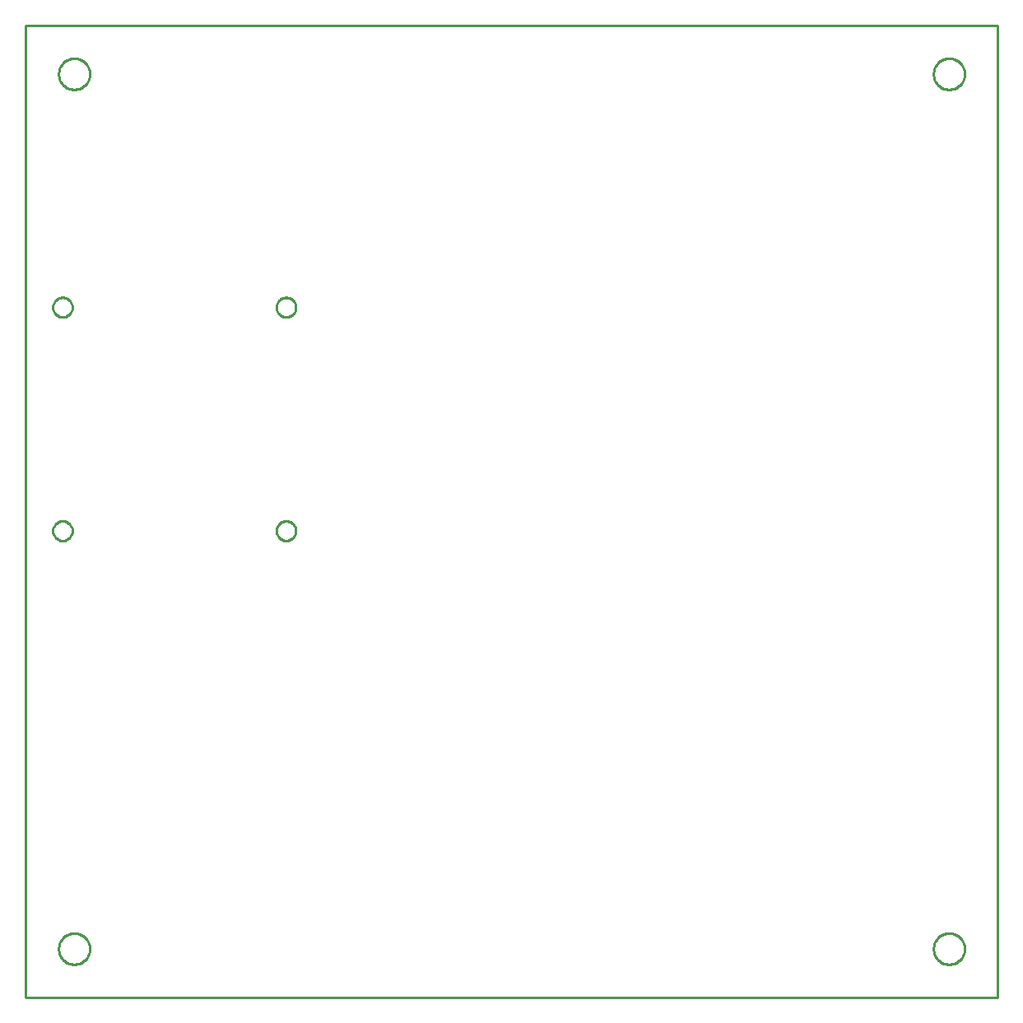
<source format=gbr>
G04 EAGLE Gerber RS-274X export*
G75*
%MOMM*%
%FSLAX34Y34*%
%LPD*%
%IN*%
%IPPOS*%
%AMOC8*
5,1,8,0,0,1.08239X$1,22.5*%
G01*
%ADD10C,0.254000*%


D10*
X0Y0D02*
X1000000Y0D01*
X1000000Y1000000D01*
X0Y1000000D01*
X0Y0D01*
X66000Y949476D02*
X65932Y948431D01*
X65795Y947392D01*
X65590Y946365D01*
X65319Y945353D01*
X64983Y944361D01*
X64582Y943393D01*
X64118Y942454D01*
X63595Y941546D01*
X63013Y940675D01*
X62375Y939844D01*
X61684Y939057D01*
X60943Y938316D01*
X60156Y937625D01*
X59325Y936988D01*
X58454Y936406D01*
X57546Y935882D01*
X56607Y935418D01*
X55639Y935017D01*
X54647Y934681D01*
X53635Y934410D01*
X52608Y934205D01*
X51569Y934069D01*
X50524Y934000D01*
X49476Y934000D01*
X48431Y934069D01*
X47392Y934205D01*
X46365Y934410D01*
X45353Y934681D01*
X44361Y935017D01*
X43393Y935418D01*
X42454Y935882D01*
X41546Y936406D01*
X40675Y936988D01*
X39844Y937625D01*
X39057Y938316D01*
X38316Y939057D01*
X37625Y939844D01*
X36988Y940675D01*
X36406Y941546D01*
X35882Y942454D01*
X35418Y943393D01*
X35017Y944361D01*
X34681Y945353D01*
X34410Y946365D01*
X34205Y947392D01*
X34069Y948431D01*
X34000Y949476D01*
X34000Y950524D01*
X34069Y951569D01*
X34205Y952608D01*
X34410Y953635D01*
X34681Y954647D01*
X35017Y955639D01*
X35418Y956607D01*
X35882Y957546D01*
X36406Y958454D01*
X36988Y959325D01*
X37625Y960156D01*
X38316Y960943D01*
X39057Y961684D01*
X39844Y962375D01*
X40675Y963013D01*
X41546Y963595D01*
X42454Y964118D01*
X43393Y964582D01*
X44361Y964983D01*
X45353Y965319D01*
X46365Y965590D01*
X47392Y965795D01*
X48431Y965932D01*
X49476Y966000D01*
X50524Y966000D01*
X51569Y965932D01*
X52608Y965795D01*
X53635Y965590D01*
X54647Y965319D01*
X55639Y964983D01*
X56607Y964582D01*
X57546Y964118D01*
X58454Y963595D01*
X59325Y963013D01*
X60156Y962375D01*
X60943Y961684D01*
X61684Y960943D01*
X62375Y960156D01*
X63013Y959325D01*
X63595Y958454D01*
X64118Y957546D01*
X64582Y956607D01*
X64983Y955639D01*
X65319Y954647D01*
X65590Y953635D01*
X65795Y952608D01*
X65932Y951569D01*
X66000Y950524D01*
X66000Y949476D01*
X966000Y949476D02*
X965932Y948431D01*
X965795Y947392D01*
X965590Y946365D01*
X965319Y945353D01*
X964983Y944361D01*
X964582Y943393D01*
X964118Y942454D01*
X963595Y941546D01*
X963013Y940675D01*
X962375Y939844D01*
X961684Y939057D01*
X960943Y938316D01*
X960156Y937625D01*
X959325Y936988D01*
X958454Y936406D01*
X957546Y935882D01*
X956607Y935418D01*
X955639Y935017D01*
X954647Y934681D01*
X953635Y934410D01*
X952608Y934205D01*
X951569Y934069D01*
X950524Y934000D01*
X949476Y934000D01*
X948431Y934069D01*
X947392Y934205D01*
X946365Y934410D01*
X945353Y934681D01*
X944361Y935017D01*
X943393Y935418D01*
X942454Y935882D01*
X941546Y936406D01*
X940675Y936988D01*
X939844Y937625D01*
X939057Y938316D01*
X938316Y939057D01*
X937625Y939844D01*
X936988Y940675D01*
X936406Y941546D01*
X935882Y942454D01*
X935418Y943393D01*
X935017Y944361D01*
X934681Y945353D01*
X934410Y946365D01*
X934205Y947392D01*
X934069Y948431D01*
X934000Y949476D01*
X934000Y950524D01*
X934069Y951569D01*
X934205Y952608D01*
X934410Y953635D01*
X934681Y954647D01*
X935017Y955639D01*
X935418Y956607D01*
X935882Y957546D01*
X936406Y958454D01*
X936988Y959325D01*
X937625Y960156D01*
X938316Y960943D01*
X939057Y961684D01*
X939844Y962375D01*
X940675Y963013D01*
X941546Y963595D01*
X942454Y964118D01*
X943393Y964582D01*
X944361Y964983D01*
X945353Y965319D01*
X946365Y965590D01*
X947392Y965795D01*
X948431Y965932D01*
X949476Y966000D01*
X950524Y966000D01*
X951569Y965932D01*
X952608Y965795D01*
X953635Y965590D01*
X954647Y965319D01*
X955639Y964983D01*
X956607Y964582D01*
X957546Y964118D01*
X958454Y963595D01*
X959325Y963013D01*
X960156Y962375D01*
X960943Y961684D01*
X961684Y960943D01*
X962375Y960156D01*
X963013Y959325D01*
X963595Y958454D01*
X964118Y957546D01*
X964582Y956607D01*
X964983Y955639D01*
X965319Y954647D01*
X965590Y953635D01*
X965795Y952608D01*
X965932Y951569D01*
X966000Y950524D01*
X966000Y949476D01*
X966000Y49476D02*
X965932Y48431D01*
X965795Y47392D01*
X965590Y46365D01*
X965319Y45353D01*
X964983Y44361D01*
X964582Y43393D01*
X964118Y42454D01*
X963595Y41546D01*
X963013Y40675D01*
X962375Y39844D01*
X961684Y39057D01*
X960943Y38316D01*
X960156Y37625D01*
X959325Y36988D01*
X958454Y36406D01*
X957546Y35882D01*
X956607Y35418D01*
X955639Y35017D01*
X954647Y34681D01*
X953635Y34410D01*
X952608Y34205D01*
X951569Y34069D01*
X950524Y34000D01*
X949476Y34000D01*
X948431Y34069D01*
X947392Y34205D01*
X946365Y34410D01*
X945353Y34681D01*
X944361Y35017D01*
X943393Y35418D01*
X942454Y35882D01*
X941546Y36406D01*
X940675Y36988D01*
X939844Y37625D01*
X939057Y38316D01*
X938316Y39057D01*
X937625Y39844D01*
X936988Y40675D01*
X936406Y41546D01*
X935882Y42454D01*
X935418Y43393D01*
X935017Y44361D01*
X934681Y45353D01*
X934410Y46365D01*
X934205Y47392D01*
X934069Y48431D01*
X934000Y49476D01*
X934000Y50524D01*
X934069Y51569D01*
X934205Y52608D01*
X934410Y53635D01*
X934681Y54647D01*
X935017Y55639D01*
X935418Y56607D01*
X935882Y57546D01*
X936406Y58454D01*
X936988Y59325D01*
X937625Y60156D01*
X938316Y60943D01*
X939057Y61684D01*
X939844Y62375D01*
X940675Y63013D01*
X941546Y63595D01*
X942454Y64118D01*
X943393Y64582D01*
X944361Y64983D01*
X945353Y65319D01*
X946365Y65590D01*
X947392Y65795D01*
X948431Y65932D01*
X949476Y66000D01*
X950524Y66000D01*
X951569Y65932D01*
X952608Y65795D01*
X953635Y65590D01*
X954647Y65319D01*
X955639Y64983D01*
X956607Y64582D01*
X957546Y64118D01*
X958454Y63595D01*
X959325Y63013D01*
X960156Y62375D01*
X960943Y61684D01*
X961684Y60943D01*
X962375Y60156D01*
X963013Y59325D01*
X963595Y58454D01*
X964118Y57546D01*
X964582Y56607D01*
X964983Y55639D01*
X965319Y54647D01*
X965590Y53635D01*
X965795Y52608D01*
X965932Y51569D01*
X966000Y50524D01*
X966000Y49476D01*
X66000Y49476D02*
X65932Y48431D01*
X65795Y47392D01*
X65590Y46365D01*
X65319Y45353D01*
X64983Y44361D01*
X64582Y43393D01*
X64118Y42454D01*
X63595Y41546D01*
X63013Y40675D01*
X62375Y39844D01*
X61684Y39057D01*
X60943Y38316D01*
X60156Y37625D01*
X59325Y36988D01*
X58454Y36406D01*
X57546Y35882D01*
X56607Y35418D01*
X55639Y35017D01*
X54647Y34681D01*
X53635Y34410D01*
X52608Y34205D01*
X51569Y34069D01*
X50524Y34000D01*
X49476Y34000D01*
X48431Y34069D01*
X47392Y34205D01*
X46365Y34410D01*
X45353Y34681D01*
X44361Y35017D01*
X43393Y35418D01*
X42454Y35882D01*
X41546Y36406D01*
X40675Y36988D01*
X39844Y37625D01*
X39057Y38316D01*
X38316Y39057D01*
X37625Y39844D01*
X36988Y40675D01*
X36406Y41546D01*
X35882Y42454D01*
X35418Y43393D01*
X35017Y44361D01*
X34681Y45353D01*
X34410Y46365D01*
X34205Y47392D01*
X34069Y48431D01*
X34000Y49476D01*
X34000Y50524D01*
X34069Y51569D01*
X34205Y52608D01*
X34410Y53635D01*
X34681Y54647D01*
X35017Y55639D01*
X35418Y56607D01*
X35882Y57546D01*
X36406Y58454D01*
X36988Y59325D01*
X37625Y60156D01*
X38316Y60943D01*
X39057Y61684D01*
X39844Y62375D01*
X40675Y63013D01*
X41546Y63595D01*
X42454Y64118D01*
X43393Y64582D01*
X44361Y64983D01*
X45353Y65319D01*
X46365Y65590D01*
X47392Y65795D01*
X48431Y65932D01*
X49476Y66000D01*
X50524Y66000D01*
X51569Y65932D01*
X52608Y65795D01*
X53635Y65590D01*
X54647Y65319D01*
X55639Y64983D01*
X56607Y64582D01*
X57546Y64118D01*
X58454Y63595D01*
X59325Y63013D01*
X60156Y62375D01*
X60943Y61684D01*
X61684Y60943D01*
X62375Y60156D01*
X63013Y59325D01*
X63595Y58454D01*
X64118Y57546D01*
X64582Y56607D01*
X64983Y55639D01*
X65319Y54647D01*
X65590Y53635D01*
X65795Y52608D01*
X65932Y51569D01*
X66000Y50524D01*
X66000Y49476D01*
X48000Y709563D02*
X47924Y708694D01*
X47772Y707834D01*
X47546Y706990D01*
X47248Y706170D01*
X46879Y705378D01*
X46442Y704622D01*
X45941Y703907D01*
X45380Y703238D01*
X44762Y702620D01*
X44093Y702059D01*
X43378Y701558D01*
X42622Y701121D01*
X41830Y700752D01*
X41010Y700454D01*
X40166Y700228D01*
X39307Y700076D01*
X38437Y700000D01*
X37563Y700000D01*
X36694Y700076D01*
X35834Y700228D01*
X34990Y700454D01*
X34170Y700752D01*
X33378Y701121D01*
X32622Y701558D01*
X31907Y702059D01*
X31238Y702620D01*
X30620Y703238D01*
X30059Y703907D01*
X29558Y704622D01*
X29121Y705378D01*
X28752Y706170D01*
X28454Y706990D01*
X28228Y707834D01*
X28076Y708694D01*
X28000Y709563D01*
X28000Y710437D01*
X28076Y711307D01*
X28228Y712166D01*
X28454Y713010D01*
X28752Y713830D01*
X29121Y714622D01*
X29558Y715378D01*
X30059Y716093D01*
X30620Y716762D01*
X31238Y717380D01*
X31907Y717941D01*
X32622Y718442D01*
X33378Y718879D01*
X34170Y719248D01*
X34990Y719546D01*
X35834Y719772D01*
X36694Y719924D01*
X37563Y720000D01*
X38437Y720000D01*
X39307Y719924D01*
X40166Y719772D01*
X41010Y719546D01*
X41830Y719248D01*
X42622Y718879D01*
X43378Y718442D01*
X44093Y717941D01*
X44762Y717380D01*
X45380Y716762D01*
X45941Y716093D01*
X46442Y715378D01*
X46879Y714622D01*
X47248Y713830D01*
X47546Y713010D01*
X47772Y712166D01*
X47924Y711307D01*
X48000Y710437D01*
X48000Y709563D01*
X278000Y709563D02*
X277924Y708694D01*
X277772Y707834D01*
X277546Y706990D01*
X277248Y706170D01*
X276879Y705378D01*
X276442Y704622D01*
X275941Y703907D01*
X275380Y703238D01*
X274762Y702620D01*
X274093Y702059D01*
X273378Y701558D01*
X272622Y701121D01*
X271830Y700752D01*
X271010Y700454D01*
X270166Y700228D01*
X269307Y700076D01*
X268437Y700000D01*
X267563Y700000D01*
X266694Y700076D01*
X265834Y700228D01*
X264990Y700454D01*
X264170Y700752D01*
X263378Y701121D01*
X262622Y701558D01*
X261907Y702059D01*
X261238Y702620D01*
X260620Y703238D01*
X260059Y703907D01*
X259558Y704622D01*
X259121Y705378D01*
X258752Y706170D01*
X258454Y706990D01*
X258228Y707834D01*
X258076Y708694D01*
X258000Y709563D01*
X258000Y710437D01*
X258076Y711307D01*
X258228Y712166D01*
X258454Y713010D01*
X258752Y713830D01*
X259121Y714622D01*
X259558Y715378D01*
X260059Y716093D01*
X260620Y716762D01*
X261238Y717380D01*
X261907Y717941D01*
X262622Y718442D01*
X263378Y718879D01*
X264170Y719248D01*
X264990Y719546D01*
X265834Y719772D01*
X266694Y719924D01*
X267563Y720000D01*
X268437Y720000D01*
X269307Y719924D01*
X270166Y719772D01*
X271010Y719546D01*
X271830Y719248D01*
X272622Y718879D01*
X273378Y718442D01*
X274093Y717941D01*
X274762Y717380D01*
X275380Y716762D01*
X275941Y716093D01*
X276442Y715378D01*
X276879Y714622D01*
X277248Y713830D01*
X277546Y713010D01*
X277772Y712166D01*
X277924Y711307D01*
X278000Y710437D01*
X278000Y709563D01*
X48000Y479563D02*
X47924Y478694D01*
X47772Y477834D01*
X47546Y476990D01*
X47248Y476170D01*
X46879Y475378D01*
X46442Y474622D01*
X45941Y473907D01*
X45380Y473238D01*
X44762Y472620D01*
X44093Y472059D01*
X43378Y471558D01*
X42622Y471121D01*
X41830Y470752D01*
X41010Y470454D01*
X40166Y470228D01*
X39307Y470076D01*
X38437Y470000D01*
X37563Y470000D01*
X36694Y470076D01*
X35834Y470228D01*
X34990Y470454D01*
X34170Y470752D01*
X33378Y471121D01*
X32622Y471558D01*
X31907Y472059D01*
X31238Y472620D01*
X30620Y473238D01*
X30059Y473907D01*
X29558Y474622D01*
X29121Y475378D01*
X28752Y476170D01*
X28454Y476990D01*
X28228Y477834D01*
X28076Y478694D01*
X28000Y479563D01*
X28000Y480437D01*
X28076Y481307D01*
X28228Y482166D01*
X28454Y483010D01*
X28752Y483830D01*
X29121Y484622D01*
X29558Y485378D01*
X30059Y486093D01*
X30620Y486762D01*
X31238Y487380D01*
X31907Y487941D01*
X32622Y488442D01*
X33378Y488879D01*
X34170Y489248D01*
X34990Y489546D01*
X35834Y489772D01*
X36694Y489924D01*
X37563Y490000D01*
X38437Y490000D01*
X39307Y489924D01*
X40166Y489772D01*
X41010Y489546D01*
X41830Y489248D01*
X42622Y488879D01*
X43378Y488442D01*
X44093Y487941D01*
X44762Y487380D01*
X45380Y486762D01*
X45941Y486093D01*
X46442Y485378D01*
X46879Y484622D01*
X47248Y483830D01*
X47546Y483010D01*
X47772Y482166D01*
X47924Y481307D01*
X48000Y480437D01*
X48000Y479563D01*
X278000Y479563D02*
X277924Y478694D01*
X277772Y477834D01*
X277546Y476990D01*
X277248Y476170D01*
X276879Y475378D01*
X276442Y474622D01*
X275941Y473907D01*
X275380Y473238D01*
X274762Y472620D01*
X274093Y472059D01*
X273378Y471558D01*
X272622Y471121D01*
X271830Y470752D01*
X271010Y470454D01*
X270166Y470228D01*
X269307Y470076D01*
X268437Y470000D01*
X267563Y470000D01*
X266694Y470076D01*
X265834Y470228D01*
X264990Y470454D01*
X264170Y470752D01*
X263378Y471121D01*
X262622Y471558D01*
X261907Y472059D01*
X261238Y472620D01*
X260620Y473238D01*
X260059Y473907D01*
X259558Y474622D01*
X259121Y475378D01*
X258752Y476170D01*
X258454Y476990D01*
X258228Y477834D01*
X258076Y478694D01*
X258000Y479563D01*
X258000Y480437D01*
X258076Y481307D01*
X258228Y482166D01*
X258454Y483010D01*
X258752Y483830D01*
X259121Y484622D01*
X259558Y485378D01*
X260059Y486093D01*
X260620Y486762D01*
X261238Y487380D01*
X261907Y487941D01*
X262622Y488442D01*
X263378Y488879D01*
X264170Y489248D01*
X264990Y489546D01*
X265834Y489772D01*
X266694Y489924D01*
X267563Y490000D01*
X268437Y490000D01*
X269307Y489924D01*
X270166Y489772D01*
X271010Y489546D01*
X271830Y489248D01*
X272622Y488879D01*
X273378Y488442D01*
X274093Y487941D01*
X274762Y487380D01*
X275380Y486762D01*
X275941Y486093D01*
X276442Y485378D01*
X276879Y484622D01*
X277248Y483830D01*
X277546Y483010D01*
X277772Y482166D01*
X277924Y481307D01*
X278000Y480437D01*
X278000Y479563D01*
M02*

</source>
